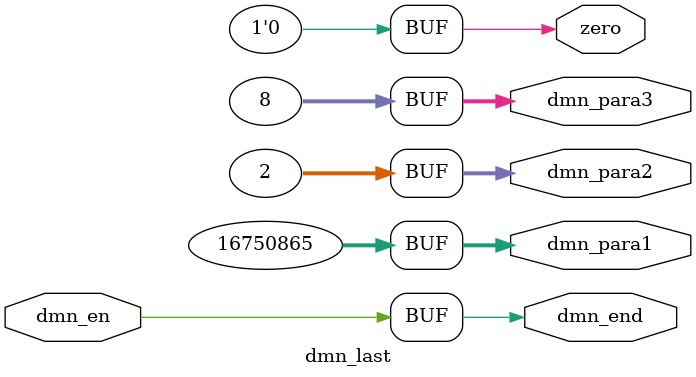
<source format=v>
`timescale 1ns / 1ps


module dmn_last#(
    parameter ZERO=0,
    parameter PARA1=32'hff9911,
    parameter PARA2=32'd2,
    parameter PARA3=32'd8
)
(
    input wire dmn_en,
    output wire dmn_end,
    
    output wire zero,
    
    output wire [31:0] dmn_para1,
    output wire [31:0] dmn_para2,
    output wire [31:0] dmn_para3
    );
    assign dmn_end=dmn_en;
    
    assign zero=ZERO;
    assign dmn_para1=PARA1;
    assign dmn_para2=PARA2;
    assign dmn_para3=PARA3;
endmodule

</source>
